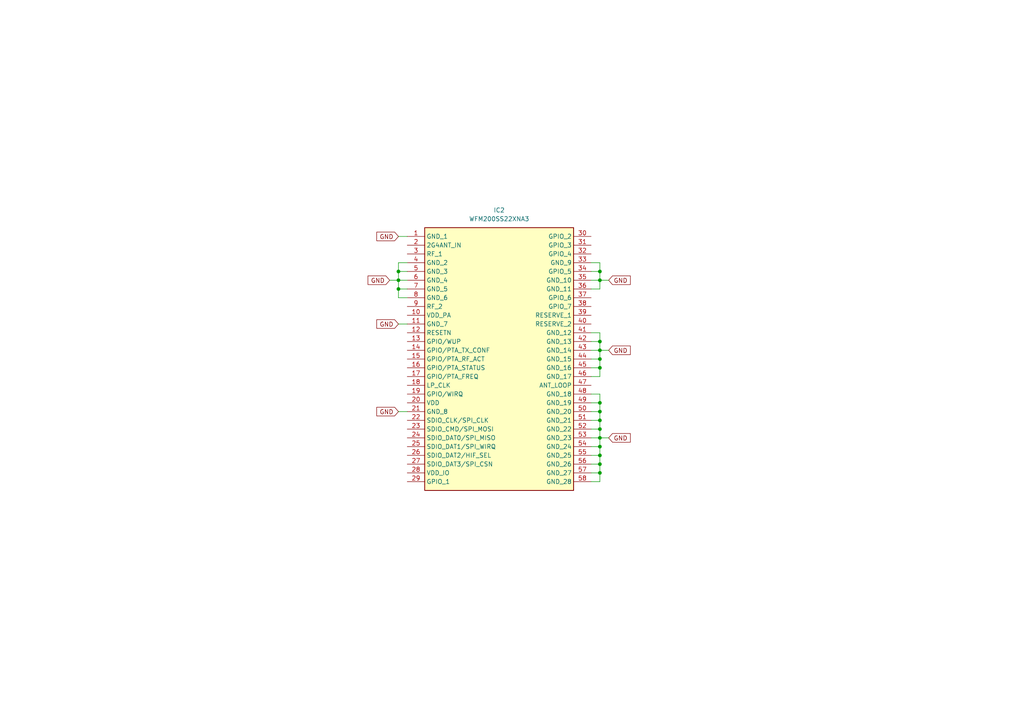
<source format=kicad_sch>
(kicad_sch
	(version 20231120)
	(generator "eeschema")
	(generator_version "8.0")
	(uuid "2b13adff-25eb-475f-ad2c-3748aed7c044")
	(paper "A4")
	(lib_symbols
		(symbol "WFM200SS22XNA3:WFM200SS22XNA3"
			(exclude_from_sim no)
			(in_bom yes)
			(on_board yes)
			(property "Reference" "IC"
				(at 49.53 7.62 0)
				(effects
					(font
						(size 1.27 1.27)
					)
					(justify left top)
				)
			)
			(property "Value" "WFM200SS22XNA3"
				(at 49.53 5.08 0)
				(effects
					(font
						(size 1.27 1.27)
					)
					(justify left top)
				)
			)
			(property "Footprint" "WFM200S022XNA3"
				(at 49.53 -94.92 0)
				(effects
					(font
						(size 1.27 1.27)
					)
					(justify left top)
					(hide yes)
				)
			)
			(property "Datasheet" "https://www.silabs.com/documents/public/data-sheets/wfm200-datasheet.pdf"
				(at 49.53 -194.92 0)
				(effects
					(font
						(size 1.27 1.27)
					)
					(justify left top)
					(hide yes)
				)
			)
			(property "Description" "Ultra Low Power Wi-Fi transceiver or network co-processor (NCP) SiP module"
				(at 0 0 0)
				(effects
					(font
						(size 1.27 1.27)
					)
					(hide yes)
				)
			)
			(property "Height" "1.4"
				(at 49.53 -394.92 0)
				(effects
					(font
						(size 1.27 1.27)
					)
					(justify left top)
					(hide yes)
				)
			)
			(property "Manufacturer_Name" "Silicon Labs"
				(at 49.53 -494.92 0)
				(effects
					(font
						(size 1.27 1.27)
					)
					(justify left top)
					(hide yes)
				)
			)
			(property "Manufacturer_Part_Number" "WFM200SS22XNA3"
				(at 49.53 -594.92 0)
				(effects
					(font
						(size 1.27 1.27)
					)
					(justify left top)
					(hide yes)
				)
			)
			(property "Mouser Part Number" "634-WFM200SS22XNA3"
				(at 49.53 -694.92 0)
				(effects
					(font
						(size 1.27 1.27)
					)
					(justify left top)
					(hide yes)
				)
			)
			(property "Mouser Price/Stock" "https://www.mouser.co.uk/ProductDetail/Silicon-Labs/WFM200SS22XNA3?qs=vEM7xhTegWgLLepHuwRpOQ%3D%3D"
				(at 49.53 -794.92 0)
				(effects
					(font
						(size 1.27 1.27)
					)
					(justify left top)
					(hide yes)
				)
			)
			(property "Arrow Part Number" ""
				(at 49.53 -894.92 0)
				(effects
					(font
						(size 1.27 1.27)
					)
					(justify left top)
					(hide yes)
				)
			)
			(property "Arrow Price/Stock" ""
				(at 49.53 -994.92 0)
				(effects
					(font
						(size 1.27 1.27)
					)
					(justify left top)
					(hide yes)
				)
			)
			(symbol "WFM200SS22XNA3_1_1"
				(rectangle
					(start 5.08 2.54)
					(end 48.26 -73.66)
					(stroke
						(width 0.254)
						(type default)
					)
					(fill
						(type background)
					)
				)
				(pin passive line
					(at 0 0 0)
					(length 5.08)
					(name "GND_1"
						(effects
							(font
								(size 1.27 1.27)
							)
						)
					)
					(number "1"
						(effects
							(font
								(size 1.27 1.27)
							)
						)
					)
				)
				(pin passive line
					(at 0 -22.86 0)
					(length 5.08)
					(name "VDD_PA"
						(effects
							(font
								(size 1.27 1.27)
							)
						)
					)
					(number "10"
						(effects
							(font
								(size 1.27 1.27)
							)
						)
					)
				)
				(pin passive line
					(at 0 -25.4 0)
					(length 5.08)
					(name "GND_7"
						(effects
							(font
								(size 1.27 1.27)
							)
						)
					)
					(number "11"
						(effects
							(font
								(size 1.27 1.27)
							)
						)
					)
				)
				(pin passive line
					(at 0 -27.94 0)
					(length 5.08)
					(name "RESETN"
						(effects
							(font
								(size 1.27 1.27)
							)
						)
					)
					(number "12"
						(effects
							(font
								(size 1.27 1.27)
							)
						)
					)
				)
				(pin passive line
					(at 0 -30.48 0)
					(length 5.08)
					(name "GPIO/WUP"
						(effects
							(font
								(size 1.27 1.27)
							)
						)
					)
					(number "13"
						(effects
							(font
								(size 1.27 1.27)
							)
						)
					)
				)
				(pin passive line
					(at 0 -33.02 0)
					(length 5.08)
					(name "GPIO/PTA_TX_CONF"
						(effects
							(font
								(size 1.27 1.27)
							)
						)
					)
					(number "14"
						(effects
							(font
								(size 1.27 1.27)
							)
						)
					)
				)
				(pin passive line
					(at 0 -35.56 0)
					(length 5.08)
					(name "GPIO/PTA_RF_ACT"
						(effects
							(font
								(size 1.27 1.27)
							)
						)
					)
					(number "15"
						(effects
							(font
								(size 1.27 1.27)
							)
						)
					)
				)
				(pin passive line
					(at 0 -38.1 0)
					(length 5.08)
					(name "GPIO/PTA_STATUS"
						(effects
							(font
								(size 1.27 1.27)
							)
						)
					)
					(number "16"
						(effects
							(font
								(size 1.27 1.27)
							)
						)
					)
				)
				(pin passive line
					(at 0 -40.64 0)
					(length 5.08)
					(name "GPIO/PTA_FREQ"
						(effects
							(font
								(size 1.27 1.27)
							)
						)
					)
					(number "17"
						(effects
							(font
								(size 1.27 1.27)
							)
						)
					)
				)
				(pin passive line
					(at 0 -43.18 0)
					(length 5.08)
					(name "LP_CLK"
						(effects
							(font
								(size 1.27 1.27)
							)
						)
					)
					(number "18"
						(effects
							(font
								(size 1.27 1.27)
							)
						)
					)
				)
				(pin passive line
					(at 0 -45.72 0)
					(length 5.08)
					(name "GPIO/WIRQ"
						(effects
							(font
								(size 1.27 1.27)
							)
						)
					)
					(number "19"
						(effects
							(font
								(size 1.27 1.27)
							)
						)
					)
				)
				(pin passive line
					(at 0 -2.54 0)
					(length 5.08)
					(name "2G4ANT_IN"
						(effects
							(font
								(size 1.27 1.27)
							)
						)
					)
					(number "2"
						(effects
							(font
								(size 1.27 1.27)
							)
						)
					)
				)
				(pin passive line
					(at 0 -48.26 0)
					(length 5.08)
					(name "VDD"
						(effects
							(font
								(size 1.27 1.27)
							)
						)
					)
					(number "20"
						(effects
							(font
								(size 1.27 1.27)
							)
						)
					)
				)
				(pin passive line
					(at 0 -50.8 0)
					(length 5.08)
					(name "GND_8"
						(effects
							(font
								(size 1.27 1.27)
							)
						)
					)
					(number "21"
						(effects
							(font
								(size 1.27 1.27)
							)
						)
					)
				)
				(pin passive line
					(at 0 -53.34 0)
					(length 5.08)
					(name "SDIO_CLK/SPI_CLK"
						(effects
							(font
								(size 1.27 1.27)
							)
						)
					)
					(number "22"
						(effects
							(font
								(size 1.27 1.27)
							)
						)
					)
				)
				(pin passive line
					(at 0 -55.88 0)
					(length 5.08)
					(name "SDIO_CMD/SPI_MOSI"
						(effects
							(font
								(size 1.27 1.27)
							)
						)
					)
					(number "23"
						(effects
							(font
								(size 1.27 1.27)
							)
						)
					)
				)
				(pin passive line
					(at 0 -58.42 0)
					(length 5.08)
					(name "SDIO_DAT0/SPI_MISO"
						(effects
							(font
								(size 1.27 1.27)
							)
						)
					)
					(number "24"
						(effects
							(font
								(size 1.27 1.27)
							)
						)
					)
				)
				(pin passive line
					(at 0 -60.96 0)
					(length 5.08)
					(name "SDIO_DAT1/SPI_WIRQ"
						(effects
							(font
								(size 1.27 1.27)
							)
						)
					)
					(number "25"
						(effects
							(font
								(size 1.27 1.27)
							)
						)
					)
				)
				(pin passive line
					(at 0 -63.5 0)
					(length 5.08)
					(name "SDIO_DAT2/HIF_SEL"
						(effects
							(font
								(size 1.27 1.27)
							)
						)
					)
					(number "26"
						(effects
							(font
								(size 1.27 1.27)
							)
						)
					)
				)
				(pin passive line
					(at 0 -66.04 0)
					(length 5.08)
					(name "SDIO_DAT3/SPI_CSN"
						(effects
							(font
								(size 1.27 1.27)
							)
						)
					)
					(number "27"
						(effects
							(font
								(size 1.27 1.27)
							)
						)
					)
				)
				(pin passive line
					(at 0 -68.58 0)
					(length 5.08)
					(name "VDD_IO"
						(effects
							(font
								(size 1.27 1.27)
							)
						)
					)
					(number "28"
						(effects
							(font
								(size 1.27 1.27)
							)
						)
					)
				)
				(pin passive line
					(at 0 -71.12 0)
					(length 5.08)
					(name "GPIO_1"
						(effects
							(font
								(size 1.27 1.27)
							)
						)
					)
					(number "29"
						(effects
							(font
								(size 1.27 1.27)
							)
						)
					)
				)
				(pin passive line
					(at 0 -5.08 0)
					(length 5.08)
					(name "RF_1"
						(effects
							(font
								(size 1.27 1.27)
							)
						)
					)
					(number "3"
						(effects
							(font
								(size 1.27 1.27)
							)
						)
					)
				)
				(pin passive line
					(at 53.34 0 180)
					(length 5.08)
					(name "GPIO_2"
						(effects
							(font
								(size 1.27 1.27)
							)
						)
					)
					(number "30"
						(effects
							(font
								(size 1.27 1.27)
							)
						)
					)
				)
				(pin passive line
					(at 53.34 -2.54 180)
					(length 5.08)
					(name "GPIO_3"
						(effects
							(font
								(size 1.27 1.27)
							)
						)
					)
					(number "31"
						(effects
							(font
								(size 1.27 1.27)
							)
						)
					)
				)
				(pin passive line
					(at 53.34 -5.08 180)
					(length 5.08)
					(name "GPIO_4"
						(effects
							(font
								(size 1.27 1.27)
							)
						)
					)
					(number "32"
						(effects
							(font
								(size 1.27 1.27)
							)
						)
					)
				)
				(pin passive line
					(at 53.34 -7.62 180)
					(length 5.08)
					(name "GND_9"
						(effects
							(font
								(size 1.27 1.27)
							)
						)
					)
					(number "33"
						(effects
							(font
								(size 1.27 1.27)
							)
						)
					)
				)
				(pin passive line
					(at 53.34 -10.16 180)
					(length 5.08)
					(name "GPIO_5"
						(effects
							(font
								(size 1.27 1.27)
							)
						)
					)
					(number "34"
						(effects
							(font
								(size 1.27 1.27)
							)
						)
					)
				)
				(pin passive line
					(at 53.34 -12.7 180)
					(length 5.08)
					(name "GND_10"
						(effects
							(font
								(size 1.27 1.27)
							)
						)
					)
					(number "35"
						(effects
							(font
								(size 1.27 1.27)
							)
						)
					)
				)
				(pin passive line
					(at 53.34 -15.24 180)
					(length 5.08)
					(name "GND_11"
						(effects
							(font
								(size 1.27 1.27)
							)
						)
					)
					(number "36"
						(effects
							(font
								(size 1.27 1.27)
							)
						)
					)
				)
				(pin passive line
					(at 53.34 -17.78 180)
					(length 5.08)
					(name "GPIO_6"
						(effects
							(font
								(size 1.27 1.27)
							)
						)
					)
					(number "37"
						(effects
							(font
								(size 1.27 1.27)
							)
						)
					)
				)
				(pin passive line
					(at 53.34 -20.32 180)
					(length 5.08)
					(name "GPIO_7"
						(effects
							(font
								(size 1.27 1.27)
							)
						)
					)
					(number "38"
						(effects
							(font
								(size 1.27 1.27)
							)
						)
					)
				)
				(pin passive line
					(at 53.34 -22.86 180)
					(length 5.08)
					(name "RESERVE_1"
						(effects
							(font
								(size 1.27 1.27)
							)
						)
					)
					(number "39"
						(effects
							(font
								(size 1.27 1.27)
							)
						)
					)
				)
				(pin passive line
					(at 0 -7.62 0)
					(length 5.08)
					(name "GND_2"
						(effects
							(font
								(size 1.27 1.27)
							)
						)
					)
					(number "4"
						(effects
							(font
								(size 1.27 1.27)
							)
						)
					)
				)
				(pin passive line
					(at 53.34 -25.4 180)
					(length 5.08)
					(name "RESERVE_2"
						(effects
							(font
								(size 1.27 1.27)
							)
						)
					)
					(number "40"
						(effects
							(font
								(size 1.27 1.27)
							)
						)
					)
				)
				(pin passive line
					(at 53.34 -27.94 180)
					(length 5.08)
					(name "GND_12"
						(effects
							(font
								(size 1.27 1.27)
							)
						)
					)
					(number "41"
						(effects
							(font
								(size 1.27 1.27)
							)
						)
					)
				)
				(pin passive line
					(at 53.34 -30.48 180)
					(length 5.08)
					(name "GND_13"
						(effects
							(font
								(size 1.27 1.27)
							)
						)
					)
					(number "42"
						(effects
							(font
								(size 1.27 1.27)
							)
						)
					)
				)
				(pin passive line
					(at 53.34 -33.02 180)
					(length 5.08)
					(name "GND_14"
						(effects
							(font
								(size 1.27 1.27)
							)
						)
					)
					(number "43"
						(effects
							(font
								(size 1.27 1.27)
							)
						)
					)
				)
				(pin passive line
					(at 53.34 -35.56 180)
					(length 5.08)
					(name "GND_15"
						(effects
							(font
								(size 1.27 1.27)
							)
						)
					)
					(number "44"
						(effects
							(font
								(size 1.27 1.27)
							)
						)
					)
				)
				(pin passive line
					(at 53.34 -38.1 180)
					(length 5.08)
					(name "GND_16"
						(effects
							(font
								(size 1.27 1.27)
							)
						)
					)
					(number "45"
						(effects
							(font
								(size 1.27 1.27)
							)
						)
					)
				)
				(pin passive line
					(at 53.34 -40.64 180)
					(length 5.08)
					(name "GND_17"
						(effects
							(font
								(size 1.27 1.27)
							)
						)
					)
					(number "46"
						(effects
							(font
								(size 1.27 1.27)
							)
						)
					)
				)
				(pin passive line
					(at 53.34 -43.18 180)
					(length 5.08)
					(name "ANT_LOOP"
						(effects
							(font
								(size 1.27 1.27)
							)
						)
					)
					(number "47"
						(effects
							(font
								(size 1.27 1.27)
							)
						)
					)
				)
				(pin passive line
					(at 53.34 -45.72 180)
					(length 5.08)
					(name "GND_18"
						(effects
							(font
								(size 1.27 1.27)
							)
						)
					)
					(number "48"
						(effects
							(font
								(size 1.27 1.27)
							)
						)
					)
				)
				(pin passive line
					(at 53.34 -48.26 180)
					(length 5.08)
					(name "GND_19"
						(effects
							(font
								(size 1.27 1.27)
							)
						)
					)
					(number "49"
						(effects
							(font
								(size 1.27 1.27)
							)
						)
					)
				)
				(pin passive line
					(at 0 -10.16 0)
					(length 5.08)
					(name "GND_3"
						(effects
							(font
								(size 1.27 1.27)
							)
						)
					)
					(number "5"
						(effects
							(font
								(size 1.27 1.27)
							)
						)
					)
				)
				(pin passive line
					(at 53.34 -50.8 180)
					(length 5.08)
					(name "GND_20"
						(effects
							(font
								(size 1.27 1.27)
							)
						)
					)
					(number "50"
						(effects
							(font
								(size 1.27 1.27)
							)
						)
					)
				)
				(pin passive line
					(at 53.34 -53.34 180)
					(length 5.08)
					(name "GND_21"
						(effects
							(font
								(size 1.27 1.27)
							)
						)
					)
					(number "51"
						(effects
							(font
								(size 1.27 1.27)
							)
						)
					)
				)
				(pin passive line
					(at 53.34 -55.88 180)
					(length 5.08)
					(name "GND_22"
						(effects
							(font
								(size 1.27 1.27)
							)
						)
					)
					(number "52"
						(effects
							(font
								(size 1.27 1.27)
							)
						)
					)
				)
				(pin passive line
					(at 53.34 -58.42 180)
					(length 5.08)
					(name "GND_23"
						(effects
							(font
								(size 1.27 1.27)
							)
						)
					)
					(number "53"
						(effects
							(font
								(size 1.27 1.27)
							)
						)
					)
				)
				(pin passive line
					(at 53.34 -60.96 180)
					(length 5.08)
					(name "GND_24"
						(effects
							(font
								(size 1.27 1.27)
							)
						)
					)
					(number "54"
						(effects
							(font
								(size 1.27 1.27)
							)
						)
					)
				)
				(pin passive line
					(at 53.34 -63.5 180)
					(length 5.08)
					(name "GND_25"
						(effects
							(font
								(size 1.27 1.27)
							)
						)
					)
					(number "55"
						(effects
							(font
								(size 1.27 1.27)
							)
						)
					)
				)
				(pin passive line
					(at 53.34 -66.04 180)
					(length 5.08)
					(name "GND_26"
						(effects
							(font
								(size 1.27 1.27)
							)
						)
					)
					(number "56"
						(effects
							(font
								(size 1.27 1.27)
							)
						)
					)
				)
				(pin passive line
					(at 53.34 -68.58 180)
					(length 5.08)
					(name "GND_27"
						(effects
							(font
								(size 1.27 1.27)
							)
						)
					)
					(number "57"
						(effects
							(font
								(size 1.27 1.27)
							)
						)
					)
				)
				(pin passive line
					(at 53.34 -71.12 180)
					(length 5.08)
					(name "GND_28"
						(effects
							(font
								(size 1.27 1.27)
							)
						)
					)
					(number "58"
						(effects
							(font
								(size 1.27 1.27)
							)
						)
					)
				)
				(pin passive line
					(at 0 -12.7 0)
					(length 5.08)
					(name "GND_4"
						(effects
							(font
								(size 1.27 1.27)
							)
						)
					)
					(number "6"
						(effects
							(font
								(size 1.27 1.27)
							)
						)
					)
				)
				(pin passive line
					(at 0 -15.24 0)
					(length 5.08)
					(name "GND_5"
						(effects
							(font
								(size 1.27 1.27)
							)
						)
					)
					(number "7"
						(effects
							(font
								(size 1.27 1.27)
							)
						)
					)
				)
				(pin passive line
					(at 0 -17.78 0)
					(length 5.08)
					(name "GND_6"
						(effects
							(font
								(size 1.27 1.27)
							)
						)
					)
					(number "8"
						(effects
							(font
								(size 1.27 1.27)
							)
						)
					)
				)
				(pin passive line
					(at 0 -20.32 0)
					(length 5.08)
					(name "RF_2"
						(effects
							(font
								(size 1.27 1.27)
							)
						)
					)
					(number "9"
						(effects
							(font
								(size 1.27 1.27)
							)
						)
					)
				)
			)
		)
	)
	(junction
		(at 173.99 78.74)
		(diameter 0)
		(color 0 0 0 0)
		(uuid "014f87cb-4a64-495a-96e3-e40e75a455fe")
	)
	(junction
		(at 173.99 129.54)
		(diameter 0)
		(color 0 0 0 0)
		(uuid "0cf3eca2-9f27-4006-83d9-7ae6e6060ae7")
	)
	(junction
		(at 115.57 78.74)
		(diameter 0)
		(color 0 0 0 0)
		(uuid "3c1a2525-f4fe-4ef0-aae3-9a638bcfbb6f")
	)
	(junction
		(at 173.99 121.92)
		(diameter 0)
		(color 0 0 0 0)
		(uuid "3eebf22e-df77-45bd-98f3-c51b605b58a8")
	)
	(junction
		(at 173.99 124.46)
		(diameter 0)
		(color 0 0 0 0)
		(uuid "4ea6173a-8d23-423a-b4dd-192219dcf42b")
	)
	(junction
		(at 173.99 132.08)
		(diameter 0)
		(color 0 0 0 0)
		(uuid "596f1366-b4c3-405c-9427-86f52c4745f5")
	)
	(junction
		(at 173.99 99.06)
		(diameter 0)
		(color 0 0 0 0)
		(uuid "658bfeb9-3766-46d5-9bf5-9282b7e3d94a")
	)
	(junction
		(at 173.99 127)
		(diameter 0)
		(color 0 0 0 0)
		(uuid "7379c5a5-18d5-4898-a819-61515aff24e2")
	)
	(junction
		(at 173.99 106.68)
		(diameter 0)
		(color 0 0 0 0)
		(uuid "7576b347-980b-4412-a143-2293535c7534")
	)
	(junction
		(at 173.99 137.16)
		(diameter 0)
		(color 0 0 0 0)
		(uuid "9c48cc05-ed35-4199-856e-1a932f21ce56")
	)
	(junction
		(at 173.99 134.62)
		(diameter 0)
		(color 0 0 0 0)
		(uuid "a4135d21-374e-4ab6-b9e9-70a283739aff")
	)
	(junction
		(at 173.99 81.28)
		(diameter 0)
		(color 0 0 0 0)
		(uuid "a5b91d68-c750-4f32-9822-bd870f856fba")
	)
	(junction
		(at 173.99 116.84)
		(diameter 0)
		(color 0 0 0 0)
		(uuid "b5fb579a-c6cb-4faf-9bb1-3297648a6f18")
	)
	(junction
		(at 115.57 81.28)
		(diameter 0)
		(color 0 0 0 0)
		(uuid "c0a7f1fd-f744-4c06-9e42-ee6404f06334")
	)
	(junction
		(at 115.57 83.82)
		(diameter 0)
		(color 0 0 0 0)
		(uuid "dd99a3ec-03a7-422d-b639-552287d8a3a0")
	)
	(junction
		(at 173.99 104.14)
		(diameter 0)
		(color 0 0 0 0)
		(uuid "e0595ade-d02c-4da4-81fd-b83cf15c52d4")
	)
	(junction
		(at 173.99 101.6)
		(diameter 0)
		(color 0 0 0 0)
		(uuid "f4c32d95-38d8-4421-965e-091b76938430")
	)
	(junction
		(at 173.99 119.38)
		(diameter 0)
		(color 0 0 0 0)
		(uuid "f5d0ff4c-d525-46c7-91ec-5cd2060d5085")
	)
	(wire
		(pts
			(xy 118.11 78.74) (xy 115.57 78.74)
		)
		(stroke
			(width 0)
			(type default)
		)
		(uuid "071c4b85-ec25-4a43-8dd3-17a118b315cb")
	)
	(wire
		(pts
			(xy 118.11 83.82) (xy 115.57 83.82)
		)
		(stroke
			(width 0)
			(type default)
		)
		(uuid "0a3803de-1d29-4c1c-8c7a-c6f259e4e1ff")
	)
	(wire
		(pts
			(xy 171.45 81.28) (xy 173.99 81.28)
		)
		(stroke
			(width 0)
			(type default)
		)
		(uuid "114e9338-f21a-4ba3-8900-f20edc165406")
	)
	(wire
		(pts
			(xy 115.57 83.82) (xy 115.57 86.36)
		)
		(stroke
			(width 0)
			(type default)
		)
		(uuid "166bffd6-d28d-4eb6-ac1d-77fab336c353")
	)
	(wire
		(pts
			(xy 173.99 129.54) (xy 173.99 132.08)
		)
		(stroke
			(width 0)
			(type default)
		)
		(uuid "1bb00109-f112-46e2-8887-03eec29c41ad")
	)
	(wire
		(pts
			(xy 171.45 114.3) (xy 173.99 114.3)
		)
		(stroke
			(width 0)
			(type default)
		)
		(uuid "1c5e1e9f-082d-4ea1-bc64-3d32be7b1b75")
	)
	(wire
		(pts
			(xy 173.99 119.38) (xy 173.99 121.92)
		)
		(stroke
			(width 0)
			(type default)
		)
		(uuid "1f2ed890-ab31-4b6f-b6da-04198d30b252")
	)
	(wire
		(pts
			(xy 115.57 76.2) (xy 115.57 78.74)
		)
		(stroke
			(width 0)
			(type default)
		)
		(uuid "1f824775-3096-41b5-b85d-32d48d34a3f5")
	)
	(wire
		(pts
			(xy 171.45 106.68) (xy 173.99 106.68)
		)
		(stroke
			(width 0)
			(type default)
		)
		(uuid "260b6357-4076-42da-ac7b-e0f4b8b994b9")
	)
	(wire
		(pts
			(xy 171.45 124.46) (xy 173.99 124.46)
		)
		(stroke
			(width 0)
			(type default)
		)
		(uuid "2619a5d8-ebc9-4ee2-9304-66ee399624a4")
	)
	(wire
		(pts
			(xy 173.99 137.16) (xy 173.99 139.7)
		)
		(stroke
			(width 0)
			(type default)
		)
		(uuid "26c2179e-605d-485c-af5e-ffddc1ef1412")
	)
	(wire
		(pts
			(xy 171.45 134.62) (xy 173.99 134.62)
		)
		(stroke
			(width 0)
			(type default)
		)
		(uuid "2807d33d-cb53-4dbf-b671-23ee4d478b4f")
	)
	(wire
		(pts
			(xy 171.45 76.2) (xy 173.99 76.2)
		)
		(stroke
			(width 0)
			(type default)
		)
		(uuid "299d4382-a8e5-45b5-9944-7cb5e1046c0d")
	)
	(wire
		(pts
			(xy 115.57 119.38) (xy 118.11 119.38)
		)
		(stroke
			(width 0)
			(type default)
		)
		(uuid "2a072557-604c-4eaf-b7dd-0b20499cc4f9")
	)
	(wire
		(pts
			(xy 173.99 101.6) (xy 173.99 104.14)
		)
		(stroke
			(width 0)
			(type default)
		)
		(uuid "2f608517-e34e-41bb-b678-6eb3405ecb4a")
	)
	(wire
		(pts
			(xy 171.45 129.54) (xy 173.99 129.54)
		)
		(stroke
			(width 0)
			(type default)
		)
		(uuid "30d3b392-ad9c-46ef-a3cd-c8fd61ef50ad")
	)
	(wire
		(pts
			(xy 171.45 116.84) (xy 173.99 116.84)
		)
		(stroke
			(width 0)
			(type default)
		)
		(uuid "37521390-e583-4033-977a-688f372a9e13")
	)
	(wire
		(pts
			(xy 171.45 96.52) (xy 173.99 96.52)
		)
		(stroke
			(width 0)
			(type default)
		)
		(uuid "3b4d562d-3de6-4841-a2aa-69652aa73773")
	)
	(wire
		(pts
			(xy 173.99 116.84) (xy 173.99 119.38)
		)
		(stroke
			(width 0)
			(type default)
		)
		(uuid "49fc331b-3903-4c63-ade9-e45493518c29")
	)
	(wire
		(pts
			(xy 115.57 68.58) (xy 118.11 68.58)
		)
		(stroke
			(width 0)
			(type default)
		)
		(uuid "4ff0ddd5-8655-4e4f-b43f-4e0741eb4d40")
	)
	(wire
		(pts
			(xy 173.99 134.62) (xy 173.99 137.16)
		)
		(stroke
			(width 0)
			(type default)
		)
		(uuid "508148cb-d332-4b98-9c07-4c814b59f23b")
	)
	(wire
		(pts
			(xy 171.45 78.74) (xy 173.99 78.74)
		)
		(stroke
			(width 0)
			(type default)
		)
		(uuid "516c266d-9c8e-4896-b42a-27363e57a1bf")
	)
	(wire
		(pts
			(xy 171.45 127) (xy 173.99 127)
		)
		(stroke
			(width 0)
			(type default)
		)
		(uuid "52f63a6e-e457-4943-9bf5-5278f8e49f9f")
	)
	(wire
		(pts
			(xy 173.99 76.2) (xy 173.99 78.74)
		)
		(stroke
			(width 0)
			(type default)
		)
		(uuid "5f717641-4b71-4dd3-ab90-089f69e2f566")
	)
	(wire
		(pts
			(xy 173.99 121.92) (xy 173.99 124.46)
		)
		(stroke
			(width 0)
			(type default)
		)
		(uuid "602edd12-170c-4193-bb22-ab4653c24e94")
	)
	(wire
		(pts
			(xy 173.99 81.28) (xy 173.99 83.82)
		)
		(stroke
			(width 0)
			(type default)
		)
		(uuid "6253fbf6-558e-43c9-9292-36e7f090e9c8")
	)
	(wire
		(pts
			(xy 171.45 119.38) (xy 173.99 119.38)
		)
		(stroke
			(width 0)
			(type default)
		)
		(uuid "663670d7-fc81-4e72-920e-b678f45d78b2")
	)
	(wire
		(pts
			(xy 173.99 127) (xy 173.99 129.54)
		)
		(stroke
			(width 0)
			(type default)
		)
		(uuid "71bd2c91-7742-4d6e-80da-2a04cfe34203")
	)
	(wire
		(pts
			(xy 173.99 99.06) (xy 173.99 101.6)
		)
		(stroke
			(width 0)
			(type default)
		)
		(uuid "732bd039-3ae5-4649-b9c9-9fa955485a1c")
	)
	(wire
		(pts
			(xy 118.11 81.28) (xy 115.57 81.28)
		)
		(stroke
			(width 0)
			(type default)
		)
		(uuid "7b22a885-b7ed-4ae8-83d4-6292acd0becb")
	)
	(wire
		(pts
			(xy 171.45 132.08) (xy 173.99 132.08)
		)
		(stroke
			(width 0)
			(type default)
		)
		(uuid "7ded0553-c713-4271-8f81-40f89ac61467")
	)
	(wire
		(pts
			(xy 171.45 101.6) (xy 173.99 101.6)
		)
		(stroke
			(width 0)
			(type default)
		)
		(uuid "8a0fc4f8-ae63-48ad-b4da-51e35c0850ff")
	)
	(wire
		(pts
			(xy 173.99 101.6) (xy 176.53 101.6)
		)
		(stroke
			(width 0)
			(type default)
		)
		(uuid "8f1b896b-a6e6-4725-91fb-8c8c35375301")
	)
	(wire
		(pts
			(xy 173.99 96.52) (xy 173.99 99.06)
		)
		(stroke
			(width 0)
			(type default)
		)
		(uuid "8fdacd4d-4d66-4ec2-9db8-2de53a72080b")
	)
	(wire
		(pts
			(xy 118.11 76.2) (xy 115.57 76.2)
		)
		(stroke
			(width 0)
			(type default)
		)
		(uuid "9022ceee-393b-40a2-a977-b8e8c666bbc6")
	)
	(wire
		(pts
			(xy 173.99 78.74) (xy 173.99 81.28)
		)
		(stroke
			(width 0)
			(type default)
		)
		(uuid "9064e931-7265-4604-aded-b7d0480f0b6a")
	)
	(wire
		(pts
			(xy 173.99 124.46) (xy 173.99 127)
		)
		(stroke
			(width 0)
			(type default)
		)
		(uuid "96e540b1-9761-4a37-b2c8-52aaa5598fb7")
	)
	(wire
		(pts
			(xy 115.57 93.98) (xy 118.11 93.98)
		)
		(stroke
			(width 0)
			(type default)
		)
		(uuid "a450e69b-8aec-4970-a69a-03682ef02074")
	)
	(wire
		(pts
			(xy 171.45 109.22) (xy 173.99 109.22)
		)
		(stroke
			(width 0)
			(type default)
		)
		(uuid "a505a14a-4545-4a86-8123-87ea4e34f4c8")
	)
	(wire
		(pts
			(xy 173.99 127) (xy 176.53 127)
		)
		(stroke
			(width 0)
			(type default)
		)
		(uuid "aac335f0-3f42-4e6d-8a84-d87e1825788b")
	)
	(wire
		(pts
			(xy 113.03 81.28) (xy 115.57 81.28)
		)
		(stroke
			(width 0)
			(type default)
		)
		(uuid "ae86d1f3-a520-4dec-8948-8121c758b7d5")
	)
	(wire
		(pts
			(xy 173.99 81.28) (xy 176.53 81.28)
		)
		(stroke
			(width 0)
			(type default)
		)
		(uuid "aef31468-a19b-49d7-a121-3ab49614d138")
	)
	(wire
		(pts
			(xy 115.57 78.74) (xy 115.57 81.28)
		)
		(stroke
			(width 0)
			(type default)
		)
		(uuid "b5fd5c7a-0863-4ae6-82d5-00e0a42e84c9")
	)
	(wire
		(pts
			(xy 171.45 121.92) (xy 173.99 121.92)
		)
		(stroke
			(width 0)
			(type default)
		)
		(uuid "b6ed8801-088e-4353-a16c-f90a7f241b3d")
	)
	(wire
		(pts
			(xy 173.99 132.08) (xy 173.99 134.62)
		)
		(stroke
			(width 0)
			(type default)
		)
		(uuid "b796d2f4-511f-4eda-9d01-ed1b72ca024c")
	)
	(wire
		(pts
			(xy 171.45 83.82) (xy 173.99 83.82)
		)
		(stroke
			(width 0)
			(type default)
		)
		(uuid "ba47c32c-abc6-4d13-a6f4-89248c49a515")
	)
	(wire
		(pts
			(xy 118.11 86.36) (xy 115.57 86.36)
		)
		(stroke
			(width 0)
			(type default)
		)
		(uuid "c085dc17-ac50-4605-bae2-bc91e4029735")
	)
	(wire
		(pts
			(xy 173.99 139.7) (xy 171.45 139.7)
		)
		(stroke
			(width 0)
			(type default)
		)
		(uuid "d318b22e-6a47-471a-8700-616a6d6bfd93")
	)
	(wire
		(pts
			(xy 171.45 99.06) (xy 173.99 99.06)
		)
		(stroke
			(width 0)
			(type default)
		)
		(uuid "d884912a-ffc4-4ce1-8fed-b33e0f745a63")
	)
	(wire
		(pts
			(xy 115.57 81.28) (xy 115.57 83.82)
		)
		(stroke
			(width 0)
			(type default)
		)
		(uuid "e8c3a3f1-a652-41ae-b3d1-23a4f1cfe4d1")
	)
	(wire
		(pts
			(xy 173.99 114.3) (xy 173.99 116.84)
		)
		(stroke
			(width 0)
			(type default)
		)
		(uuid "eda04bfe-2221-43a4-961e-8df5df989e9a")
	)
	(wire
		(pts
			(xy 171.45 137.16) (xy 173.99 137.16)
		)
		(stroke
			(width 0)
			(type default)
		)
		(uuid "f11a0e82-a72f-47f1-94c4-bf5e78516e48")
	)
	(wire
		(pts
			(xy 171.45 104.14) (xy 173.99 104.14)
		)
		(stroke
			(width 0)
			(type default)
		)
		(uuid "f17d246c-1f5e-46c8-abe1-9a814aafb6bb")
	)
	(wire
		(pts
			(xy 173.99 106.68) (xy 173.99 109.22)
		)
		(stroke
			(width 0)
			(type default)
		)
		(uuid "f3c7a720-1ba2-4730-9329-bcc38641a65c")
	)
	(wire
		(pts
			(xy 173.99 104.14) (xy 173.99 106.68)
		)
		(stroke
			(width 0)
			(type default)
		)
		(uuid "f516d4f7-f8e1-48e1-b914-b96c697acbd0")
	)
	(global_label "GND"
		(shape input)
		(at 176.53 101.6 0)
		(fields_autoplaced yes)
		(effects
			(font
				(size 1.27 1.27)
			)
			(justify left)
		)
		(uuid "0443623e-969d-427b-8c39-6e28c86808d1")
		(property "Intersheetrefs" "${INTERSHEET_REFS}"
			(at 183.3857 101.6 0)
			(effects
				(font
					(size 1.27 1.27)
				)
				(justify left)
				(hide yes)
			)
		)
	)
	(global_label "GND"
		(shape input)
		(at 115.57 68.58 180)
		(fields_autoplaced yes)
		(effects
			(font
				(size 1.27 1.27)
			)
			(justify right)
		)
		(uuid "235b23ad-792f-4233-9cb8-d9144a5ff3b0")
		(property "Intersheetrefs" "${INTERSHEET_REFS}"
			(at 108.7143 68.58 0)
			(effects
				(font
					(size 1.27 1.27)
				)
				(justify right)
				(hide yes)
			)
		)
	)
	(global_label "GND"
		(shape input)
		(at 113.03 81.28 180)
		(fields_autoplaced yes)
		(effects
			(font
				(size 1.27 1.27)
			)
			(justify right)
		)
		(uuid "76e1073b-135f-4b6b-abb0-316d98b347a2")
		(property "Intersheetrefs" "${INTERSHEET_REFS}"
			(at 106.1743 81.28 0)
			(effects
				(font
					(size 1.27 1.27)
				)
				(justify right)
				(hide yes)
			)
		)
	)
	(global_label "GND"
		(shape input)
		(at 176.53 81.28 0)
		(fields_autoplaced yes)
		(effects
			(font
				(size 1.27 1.27)
			)
			(justify left)
		)
		(uuid "aa34a64f-bd26-4535-b572-d702706cf286")
		(property "Intersheetrefs" "${INTERSHEET_REFS}"
			(at 183.3857 81.28 0)
			(effects
				(font
					(size 1.27 1.27)
				)
				(justify left)
				(hide yes)
			)
		)
	)
	(global_label "GND"
		(shape input)
		(at 176.53 127 0)
		(fields_autoplaced yes)
		(effects
			(font
				(size 1.27 1.27)
			)
			(justify left)
		)
		(uuid "babd7161-5499-46f9-aeae-cad3142c2fc3")
		(property "Intersheetrefs" "${INTERSHEET_REFS}"
			(at 183.3857 127 0)
			(effects
				(font
					(size 1.27 1.27)
				)
				(justify left)
				(hide yes)
			)
		)
	)
	(global_label "GND"
		(shape input)
		(at 115.57 119.38 180)
		(fields_autoplaced yes)
		(effects
			(font
				(size 1.27 1.27)
			)
			(justify right)
		)
		(uuid "d4185f89-c5ef-4c2e-acab-7ade056a0aad")
		(property "Intersheetrefs" "${INTERSHEET_REFS}"
			(at 108.7143 119.38 0)
			(effects
				(font
					(size 1.27 1.27)
				)
				(justify right)
				(hide yes)
			)
		)
	)
	(global_label "GND"
		(shape input)
		(at 115.57 93.98 180)
		(fields_autoplaced yes)
		(effects
			(font
				(size 1.27 1.27)
			)
			(justify right)
		)
		(uuid "fb79f9e2-6858-43f9-8b7b-e08f0c6ba34b")
		(property "Intersheetrefs" "${INTERSHEET_REFS}"
			(at 108.7143 93.98 0)
			(effects
				(font
					(size 1.27 1.27)
				)
				(justify right)
				(hide yes)
			)
		)
	)
	(symbol
		(lib_id "WFM200SS22XNA3:WFM200SS22XNA3")
		(at 118.11 68.58 0)
		(unit 1)
		(exclude_from_sim no)
		(in_bom yes)
		(on_board yes)
		(dnp no)
		(fields_autoplaced yes)
		(uuid "2a9dc51c-8255-4da6-8d11-bfc53a746784")
		(property "Reference" "IC2"
			(at 144.78 60.96 0)
			(effects
				(font
					(size 1.27 1.27)
				)
			)
		)
		(property "Value" "WFM200SS22XNA3"
			(at 144.78 63.5 0)
			(effects
				(font
					(size 1.27 1.27)
				)
			)
		)
		(property "Footprint" "WFM200S022XNA3"
			(at 167.64 163.5 0)
			(effects
				(font
					(size 1.27 1.27)
				)
				(justify left top)
				(hide yes)
			)
		)
		(property "Datasheet" "https://www.silabs.com/documents/public/data-sheets/wfm200-datasheet.pdf"
			(at 167.64 263.5 0)
			(effects
				(font
					(size 1.27 1.27)
				)
				(justify left top)
				(hide yes)
			)
		)
		(property "Description" "Ultra Low Power Wi-Fi transceiver or network co-processor (NCP) SiP module"
			(at 118.11 68.58 0)
			(effects
				(font
					(size 1.27 1.27)
				)
				(hide yes)
			)
		)
		(property "Height" "1.4"
			(at 167.64 463.5 0)
			(effects
				(font
					(size 1.27 1.27)
				)
				(justify left top)
				(hide yes)
			)
		)
		(property "Manufacturer_Name" "Silicon Labs"
			(at 167.64 563.5 0)
			(effects
				(font
					(size 1.27 1.27)
				)
				(justify left top)
				(hide yes)
			)
		)
		(property "Manufacturer_Part_Number" "WFM200SS22XNA3"
			(at 167.64 663.5 0)
			(effects
				(font
					(size 1.27 1.27)
				)
				(justify left top)
				(hide yes)
			)
		)
		(property "Mouser Part Number" "634-WFM200SS22XNA3"
			(at 167.64 763.5 0)
			(effects
				(font
					(size 1.27 1.27)
				)
				(justify left top)
				(hide yes)
			)
		)
		(property "Mouser Price/Stock" "https://www.mouser.co.uk/ProductDetail/Silicon-Labs/WFM200SS22XNA3?qs=vEM7xhTegWgLLepHuwRpOQ%3D%3D"
			(at 167.64 863.5 0)
			(effects
				(font
					(size 1.27 1.27)
				)
				(justify left top)
				(hide yes)
			)
		)
		(property "Arrow Part Number" ""
			(at 167.64 963.5 0)
			(effects
				(font
					(size 1.27 1.27)
				)
				(justify left top)
				(hide yes)
			)
		)
		(property "Arrow Price/Stock" ""
			(at 167.64 1063.5 0)
			(effects
				(font
					(size 1.27 1.27)
				)
				(justify left top)
				(hide yes)
			)
		)
		(pin "49"
			(uuid "b2407c49-feda-47fd-9b2f-5bca651ad7de")
		)
		(pin "54"
			(uuid "48f102bc-8796-4dcd-9f40-4b559b80a9c9")
		)
		(pin "13"
			(uuid "33dde5d9-38d9-4ed9-964d-cb699e6671ca")
		)
		(pin "15"
			(uuid "2a210996-b88a-45c3-9618-1094c334ade2")
		)
		(pin "56"
			(uuid "18c021f0-cbad-4cc3-8ced-ad92767521fc")
		)
		(pin "53"
			(uuid "23d582c4-4f48-4712-ae83-87ac2eb3c783")
		)
		(pin "58"
			(uuid "e8351580-39f4-473b-b076-11c738678bd2")
		)
		(pin "28"
			(uuid "302958da-75cd-42f0-8ca7-cd4add2e43b7")
		)
		(pin "38"
			(uuid "d9571d08-3b65-4b94-8ff1-b435bd4a8704")
		)
		(pin "8"
			(uuid "02e25a5e-7c2c-4b81-8620-4d4050d2b54f")
		)
		(pin "9"
			(uuid "88d34d30-39f1-45d1-9142-079e0ce41725")
		)
		(pin "31"
			(uuid "44ab24a4-7131-4c7f-ac63-2b38049964f5")
		)
		(pin "48"
			(uuid "40f32fc2-8a5f-466b-ab26-44989880ba3a")
		)
		(pin "50"
			(uuid "953138da-da42-4e23-936f-1a8df161d283")
		)
		(pin "52"
			(uuid "89bb1a60-c75a-4153-9ac4-4b2960e6b4c4")
		)
		(pin "24"
			(uuid "a909c45c-8b1b-44ee-945d-f6a57865aec4")
		)
		(pin "44"
			(uuid "5a3438da-1f0f-4493-bd51-1d9fc6083aea")
		)
		(pin "23"
			(uuid "3f834c69-73b7-4a8a-afe0-07b4cea0136b")
		)
		(pin "27"
			(uuid "841e667d-8e2f-4e0e-82e3-05aeef0da0dc")
		)
		(pin "37"
			(uuid "f0d994bb-4092-426f-b5cd-f0db8e2bb85c")
		)
		(pin "39"
			(uuid "ac358209-e66a-44ec-81fd-e4142fb14f4d")
		)
		(pin "22"
			(uuid "2402c7fa-4f03-4a87-b157-6a022b8ce977")
		)
		(pin "26"
			(uuid "edd3b3cf-b627-4007-8fa1-1f335afce9fa")
		)
		(pin "41"
			(uuid "ee40a34b-88d2-4d0e-873d-fc65ef2f8e14")
		)
		(pin "42"
			(uuid "107181c6-81ce-4ec8-8cd1-7eb98001d128")
		)
		(pin "5"
			(uuid "8e83386c-e9bd-4b54-bb00-19e571b70848")
		)
		(pin "6"
			(uuid "ef44b90d-eacd-432e-9cfd-685034822245")
		)
		(pin "7"
			(uuid "825562f7-bd8a-4b67-b1b7-91af6729fdf3")
		)
		(pin "36"
			(uuid "36333c70-8d58-4b6e-8d4b-ba23b947b7c1")
		)
		(pin "32"
			(uuid "c1246185-f76c-490b-ba9f-334e6062e185")
		)
		(pin "21"
			(uuid "f848c2cd-46d4-4ef1-b52b-7166b670e801")
		)
		(pin "17"
			(uuid "ed6e4882-574d-4b8d-86e6-303f8836ffd9")
		)
		(pin "10"
			(uuid "33216144-3df5-4c26-aadb-50dd9e0ac427")
		)
		(pin "30"
			(uuid "54a65fb9-c44c-43c1-925e-da47ebc91006")
		)
		(pin "34"
			(uuid "ad30c656-aa27-41aa-b9f4-1414d3efd13b")
		)
		(pin "51"
			(uuid "177a83fe-dc12-4c9c-becb-a2322540be7e")
		)
		(pin "2"
			(uuid "4a0651cf-22e2-4af8-9e6a-8eef94fd0791")
		)
		(pin "3"
			(uuid "b7b68eb5-a8a7-4106-8549-5d36adcda809")
		)
		(pin "25"
			(uuid "ba94b85e-9c0b-4b63-8c44-89fb3554e94c")
		)
		(pin "33"
			(uuid "80029c6e-a03c-4ced-8a23-881b2a0a719c")
		)
		(pin "35"
			(uuid "0a0dbce4-02fc-4bf0-a29e-e19e89d5247a")
		)
		(pin "40"
			(uuid "f555061e-7b2a-4260-974f-abe12c00f468")
		)
		(pin "12"
			(uuid "aace574d-67f9-4293-82ec-0b79b2f7aa89")
		)
		(pin "14"
			(uuid "6cee803f-ab42-4b79-9a8d-6cc6849ae7bc")
		)
		(pin "4"
			(uuid "bc8a1ce2-f747-459f-8cc7-e227bf5ce074")
		)
		(pin "43"
			(uuid "51e8d764-7c01-42c3-ae26-71db023d5b9b")
		)
		(pin "55"
			(uuid "07f54b66-042f-49da-8093-2e4d4e83b48c")
		)
		(pin "57"
			(uuid "3e60729b-7146-4f0f-98d8-88d26b02657c")
		)
		(pin "19"
			(uuid "b1f191db-626d-4969-ad2e-322c5f5c1c2a")
		)
		(pin "1"
			(uuid "c0bb581f-4c8a-4b46-86da-54f130e65476")
		)
		(pin "47"
			(uuid "64a5caac-9c8b-4ed9-a2ed-8b3f71e2eb19")
		)
		(pin "16"
			(uuid "6f71a79f-9c43-47ff-a64e-3e45fb80071d")
		)
		(pin "11"
			(uuid "d48f5753-252c-48f5-821b-eac9e3315b8e")
		)
		(pin "18"
			(uuid "216afeac-545f-427c-a7ce-22f2fed7541a")
		)
		(pin "20"
			(uuid "ed851194-c5ca-4ab6-b2e6-6dde8138de8a")
		)
		(pin "45"
			(uuid "6224fa19-8590-4d57-95db-03d29294f030")
		)
		(pin "46"
			(uuid "9dccc4e5-071a-4489-bc99-f492fdd14238")
		)
		(pin "29"
			(uuid "1bcc6f07-5679-4bd5-b348-1fcfaae5d26c")
		)
		(instances
			(project ""
				(path "/f274131a-e1ed-42df-97df-cac078e17fbc/34adddc3-3105-479b-b3b9-08af5ff3124a"
					(reference "IC2")
					(unit 1)
				)
			)
		)
	)
)

</source>
